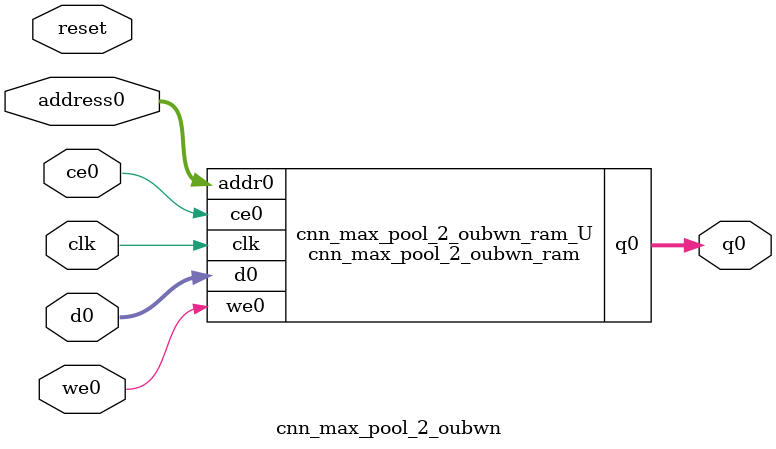
<source format=v>
`timescale 1 ns / 1 ps
module cnn_max_pool_2_oubwn_ram (addr0, ce0, d0, we0, q0,  clk);

parameter DWIDTH = 14;
parameter AWIDTH = 9;
parameter MEM_SIZE = 400;

input[AWIDTH-1:0] addr0;
input ce0;
input[DWIDTH-1:0] d0;
input we0;
output reg[DWIDTH-1:0] q0;
input clk;

(* ram_style = "block" *)reg [DWIDTH-1:0] ram[0:MEM_SIZE-1];




always @(posedge clk)  
begin 
    if (ce0) 
    begin
        if (we0) 
        begin 
            ram[addr0] <= d0; 
        end 
        q0 <= ram[addr0];
    end
end


endmodule

`timescale 1 ns / 1 ps
module cnn_max_pool_2_oubwn(
    reset,
    clk,
    address0,
    ce0,
    we0,
    d0,
    q0);

parameter DataWidth = 32'd14;
parameter AddressRange = 32'd400;
parameter AddressWidth = 32'd9;
input reset;
input clk;
input[AddressWidth - 1:0] address0;
input ce0;
input we0;
input[DataWidth - 1:0] d0;
output[DataWidth - 1:0] q0;



cnn_max_pool_2_oubwn_ram cnn_max_pool_2_oubwn_ram_U(
    .clk( clk ),
    .addr0( address0 ),
    .ce0( ce0 ),
    .we0( we0 ),
    .d0( d0 ),
    .q0( q0 ));

endmodule


</source>
